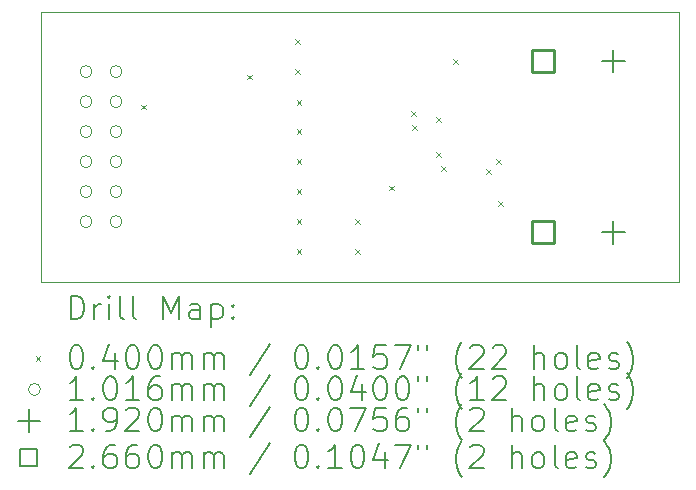
<source format=gbr>
%FSLAX45Y45*%
G04 Gerber Fmt 4.5, Leading zero omitted, Abs format (unit mm)*
G04 Created by KiCad (PCBNEW (6.0.5)) date 2022-06-04 23:49:28*
%MOMM*%
%LPD*%
G01*
G04 APERTURE LIST*
%TA.AperFunction,Profile*%
%ADD10C,0.100000*%
%TD*%
%ADD11C,0.200000*%
%ADD12C,0.040000*%
%ADD13C,0.101600*%
%ADD14C,0.192000*%
%ADD15C,0.266000*%
G04 APERTURE END LIST*
D10*
X7366000Y-9271000D02*
X12770546Y-9271000D01*
X12770546Y-9271000D02*
X12770546Y-11560690D01*
X12770546Y-11560690D02*
X7366000Y-11560690D01*
X7366000Y-11560690D02*
X7366000Y-9271000D01*
D11*
D12*
X8214680Y-10058720D02*
X8254680Y-10098720D01*
X8254680Y-10058720D02*
X8214680Y-10098720D01*
X9108760Y-9804720D02*
X9148760Y-9844720D01*
X9148760Y-9804720D02*
X9108760Y-9844720D01*
X9515160Y-9505000D02*
X9555160Y-9545000D01*
X9555160Y-9505000D02*
X9515160Y-9545000D01*
X9520240Y-9759000D02*
X9560240Y-9799000D01*
X9560240Y-9759000D02*
X9520240Y-9799000D01*
X9530400Y-10018080D02*
X9570400Y-10058080D01*
X9570400Y-10018080D02*
X9530400Y-10058080D01*
X9530400Y-10267000D02*
X9570400Y-10307000D01*
X9570400Y-10267000D02*
X9530400Y-10307000D01*
X9530400Y-10521000D02*
X9570400Y-10561000D01*
X9570400Y-10521000D02*
X9530400Y-10561000D01*
X9530400Y-10775000D02*
X9570400Y-10815000D01*
X9570400Y-10775000D02*
X9530400Y-10815000D01*
X9530400Y-11029000D02*
X9570400Y-11069000D01*
X9570400Y-11029000D02*
X9530400Y-11069000D01*
X9530400Y-11283000D02*
X9570400Y-11323000D01*
X9570400Y-11283000D02*
X9530400Y-11323000D01*
X10023160Y-11283000D02*
X10063160Y-11323000D01*
X10063160Y-11283000D02*
X10023160Y-11323000D01*
X10028240Y-11029000D02*
X10068240Y-11069000D01*
X10068240Y-11029000D02*
X10028240Y-11069000D01*
X10312720Y-10744520D02*
X10352720Y-10784520D01*
X10352720Y-10744520D02*
X10312720Y-10784520D01*
X10500680Y-10114600D02*
X10540680Y-10154600D01*
X10540680Y-10114600D02*
X10500680Y-10154600D01*
X10505469Y-10233890D02*
X10545469Y-10273890D01*
X10545469Y-10233890D02*
X10505469Y-10273890D01*
X10712533Y-10166907D02*
X10752533Y-10206907D01*
X10752533Y-10166907D02*
X10712533Y-10206907D01*
X10714040Y-10460040D02*
X10754040Y-10500040D01*
X10754040Y-10460040D02*
X10714040Y-10500040D01*
X10754680Y-10581960D02*
X10794680Y-10621960D01*
X10794680Y-10581960D02*
X10754680Y-10621960D01*
X10856280Y-9672640D02*
X10896280Y-9712640D01*
X10896280Y-9672640D02*
X10856280Y-9712640D01*
X11135680Y-10607360D02*
X11175680Y-10647360D01*
X11175680Y-10607360D02*
X11135680Y-10647360D01*
X11216960Y-10518902D02*
X11256960Y-10558902D01*
X11256960Y-10518902D02*
X11216960Y-10558902D01*
X11237280Y-10876600D02*
X11277280Y-10916600D01*
X11277280Y-10876600D02*
X11237280Y-10916600D01*
D13*
X7797800Y-9779000D02*
G75*
G03*
X7797800Y-9779000I-50800J0D01*
G01*
X7797800Y-10033000D02*
G75*
G03*
X7797800Y-10033000I-50800J0D01*
G01*
X7797800Y-10287000D02*
G75*
G03*
X7797800Y-10287000I-50800J0D01*
G01*
X7797800Y-10541000D02*
G75*
G03*
X7797800Y-10541000I-50800J0D01*
G01*
X7797800Y-10795000D02*
G75*
G03*
X7797800Y-10795000I-50800J0D01*
G01*
X7797800Y-11049000D02*
G75*
G03*
X7797800Y-11049000I-50800J0D01*
G01*
X8051800Y-9779000D02*
G75*
G03*
X8051800Y-9779000I-50800J0D01*
G01*
X8051800Y-10033000D02*
G75*
G03*
X8051800Y-10033000I-50800J0D01*
G01*
X8051800Y-10287000D02*
G75*
G03*
X8051800Y-10287000I-50800J0D01*
G01*
X8051800Y-10541000D02*
G75*
G03*
X8051800Y-10541000I-50800J0D01*
G01*
X8051800Y-10795000D02*
G75*
G03*
X8051800Y-10795000I-50800J0D01*
G01*
X8051800Y-11049000D02*
G75*
G03*
X8051800Y-11049000I-50800J0D01*
G01*
D14*
X12212000Y-9593000D02*
X12212000Y-9785000D01*
X12116000Y-9689000D02*
X12308000Y-9689000D01*
X12212000Y-11043000D02*
X12212000Y-11235000D01*
X12116000Y-11139000D02*
X12308000Y-11139000D01*
D15*
X11710046Y-9783046D02*
X11710046Y-9594954D01*
X11521954Y-9594954D01*
X11521954Y-9783046D01*
X11710046Y-9783046D01*
X11710046Y-11233046D02*
X11710046Y-11044954D01*
X11521954Y-11044954D01*
X11521954Y-11233046D01*
X11710046Y-11233046D01*
D11*
X7618619Y-11876166D02*
X7618619Y-11676166D01*
X7666238Y-11676166D01*
X7694809Y-11685690D01*
X7713857Y-11704738D01*
X7723381Y-11723785D01*
X7732905Y-11761881D01*
X7732905Y-11790452D01*
X7723381Y-11828547D01*
X7713857Y-11847595D01*
X7694809Y-11866643D01*
X7666238Y-11876166D01*
X7618619Y-11876166D01*
X7818619Y-11876166D02*
X7818619Y-11742833D01*
X7818619Y-11780928D02*
X7828143Y-11761881D01*
X7837667Y-11752357D01*
X7856714Y-11742833D01*
X7875762Y-11742833D01*
X7942428Y-11876166D02*
X7942428Y-11742833D01*
X7942428Y-11676166D02*
X7932905Y-11685690D01*
X7942428Y-11695214D01*
X7951952Y-11685690D01*
X7942428Y-11676166D01*
X7942428Y-11695214D01*
X8066238Y-11876166D02*
X8047190Y-11866643D01*
X8037667Y-11847595D01*
X8037667Y-11676166D01*
X8171000Y-11876166D02*
X8151952Y-11866643D01*
X8142428Y-11847595D01*
X8142428Y-11676166D01*
X8399571Y-11876166D02*
X8399571Y-11676166D01*
X8466238Y-11819024D01*
X8532905Y-11676166D01*
X8532905Y-11876166D01*
X8713857Y-11876166D02*
X8713857Y-11771404D01*
X8704333Y-11752357D01*
X8685286Y-11742833D01*
X8647190Y-11742833D01*
X8628143Y-11752357D01*
X8713857Y-11866643D02*
X8694810Y-11876166D01*
X8647190Y-11876166D01*
X8628143Y-11866643D01*
X8618619Y-11847595D01*
X8618619Y-11828547D01*
X8628143Y-11809500D01*
X8647190Y-11799976D01*
X8694810Y-11799976D01*
X8713857Y-11790452D01*
X8809095Y-11742833D02*
X8809095Y-11942833D01*
X8809095Y-11752357D02*
X8828143Y-11742833D01*
X8866238Y-11742833D01*
X8885286Y-11752357D01*
X8894810Y-11761881D01*
X8904333Y-11780928D01*
X8904333Y-11838071D01*
X8894810Y-11857119D01*
X8885286Y-11866643D01*
X8866238Y-11876166D01*
X8828143Y-11876166D01*
X8809095Y-11866643D01*
X8990048Y-11857119D02*
X8999571Y-11866643D01*
X8990048Y-11876166D01*
X8980524Y-11866643D01*
X8990048Y-11857119D01*
X8990048Y-11876166D01*
X8990048Y-11752357D02*
X8999571Y-11761881D01*
X8990048Y-11771404D01*
X8980524Y-11761881D01*
X8990048Y-11752357D01*
X8990048Y-11771404D01*
D12*
X7321000Y-12185690D02*
X7361000Y-12225690D01*
X7361000Y-12185690D02*
X7321000Y-12225690D01*
D11*
X7656714Y-12096166D02*
X7675762Y-12096166D01*
X7694809Y-12105690D01*
X7704333Y-12115214D01*
X7713857Y-12134262D01*
X7723381Y-12172357D01*
X7723381Y-12219976D01*
X7713857Y-12258071D01*
X7704333Y-12277119D01*
X7694809Y-12286643D01*
X7675762Y-12296166D01*
X7656714Y-12296166D01*
X7637667Y-12286643D01*
X7628143Y-12277119D01*
X7618619Y-12258071D01*
X7609095Y-12219976D01*
X7609095Y-12172357D01*
X7618619Y-12134262D01*
X7628143Y-12115214D01*
X7637667Y-12105690D01*
X7656714Y-12096166D01*
X7809095Y-12277119D02*
X7818619Y-12286643D01*
X7809095Y-12296166D01*
X7799571Y-12286643D01*
X7809095Y-12277119D01*
X7809095Y-12296166D01*
X7990048Y-12162833D02*
X7990048Y-12296166D01*
X7942428Y-12086643D02*
X7894809Y-12229500D01*
X8018619Y-12229500D01*
X8132905Y-12096166D02*
X8151952Y-12096166D01*
X8171000Y-12105690D01*
X8180524Y-12115214D01*
X8190048Y-12134262D01*
X8199571Y-12172357D01*
X8199571Y-12219976D01*
X8190048Y-12258071D01*
X8180524Y-12277119D01*
X8171000Y-12286643D01*
X8151952Y-12296166D01*
X8132905Y-12296166D01*
X8113857Y-12286643D01*
X8104333Y-12277119D01*
X8094809Y-12258071D01*
X8085286Y-12219976D01*
X8085286Y-12172357D01*
X8094809Y-12134262D01*
X8104333Y-12115214D01*
X8113857Y-12105690D01*
X8132905Y-12096166D01*
X8323381Y-12096166D02*
X8342428Y-12096166D01*
X8361476Y-12105690D01*
X8371000Y-12115214D01*
X8380524Y-12134262D01*
X8390048Y-12172357D01*
X8390048Y-12219976D01*
X8380524Y-12258071D01*
X8371000Y-12277119D01*
X8361476Y-12286643D01*
X8342428Y-12296166D01*
X8323381Y-12296166D01*
X8304333Y-12286643D01*
X8294809Y-12277119D01*
X8285286Y-12258071D01*
X8275762Y-12219976D01*
X8275762Y-12172357D01*
X8285286Y-12134262D01*
X8294809Y-12115214D01*
X8304333Y-12105690D01*
X8323381Y-12096166D01*
X8475762Y-12296166D02*
X8475762Y-12162833D01*
X8475762Y-12181881D02*
X8485286Y-12172357D01*
X8504333Y-12162833D01*
X8532905Y-12162833D01*
X8551952Y-12172357D01*
X8561476Y-12191404D01*
X8561476Y-12296166D01*
X8561476Y-12191404D02*
X8571000Y-12172357D01*
X8590048Y-12162833D01*
X8618619Y-12162833D01*
X8637667Y-12172357D01*
X8647190Y-12191404D01*
X8647190Y-12296166D01*
X8742429Y-12296166D02*
X8742429Y-12162833D01*
X8742429Y-12181881D02*
X8751952Y-12172357D01*
X8771000Y-12162833D01*
X8799571Y-12162833D01*
X8818619Y-12172357D01*
X8828143Y-12191404D01*
X8828143Y-12296166D01*
X8828143Y-12191404D02*
X8837667Y-12172357D01*
X8856714Y-12162833D01*
X8885286Y-12162833D01*
X8904333Y-12172357D01*
X8913857Y-12191404D01*
X8913857Y-12296166D01*
X9304333Y-12086643D02*
X9132905Y-12343785D01*
X9561476Y-12096166D02*
X9580524Y-12096166D01*
X9599571Y-12105690D01*
X9609095Y-12115214D01*
X9618619Y-12134262D01*
X9628143Y-12172357D01*
X9628143Y-12219976D01*
X9618619Y-12258071D01*
X9609095Y-12277119D01*
X9599571Y-12286643D01*
X9580524Y-12296166D01*
X9561476Y-12296166D01*
X9542429Y-12286643D01*
X9532905Y-12277119D01*
X9523381Y-12258071D01*
X9513857Y-12219976D01*
X9513857Y-12172357D01*
X9523381Y-12134262D01*
X9532905Y-12115214D01*
X9542429Y-12105690D01*
X9561476Y-12096166D01*
X9713857Y-12277119D02*
X9723381Y-12286643D01*
X9713857Y-12296166D01*
X9704333Y-12286643D01*
X9713857Y-12277119D01*
X9713857Y-12296166D01*
X9847190Y-12096166D02*
X9866238Y-12096166D01*
X9885286Y-12105690D01*
X9894810Y-12115214D01*
X9904333Y-12134262D01*
X9913857Y-12172357D01*
X9913857Y-12219976D01*
X9904333Y-12258071D01*
X9894810Y-12277119D01*
X9885286Y-12286643D01*
X9866238Y-12296166D01*
X9847190Y-12296166D01*
X9828143Y-12286643D01*
X9818619Y-12277119D01*
X9809095Y-12258071D01*
X9799571Y-12219976D01*
X9799571Y-12172357D01*
X9809095Y-12134262D01*
X9818619Y-12115214D01*
X9828143Y-12105690D01*
X9847190Y-12096166D01*
X10104333Y-12296166D02*
X9990048Y-12296166D01*
X10047190Y-12296166D02*
X10047190Y-12096166D01*
X10028143Y-12124738D01*
X10009095Y-12143785D01*
X9990048Y-12153309D01*
X10285286Y-12096166D02*
X10190048Y-12096166D01*
X10180524Y-12191404D01*
X10190048Y-12181881D01*
X10209095Y-12172357D01*
X10256714Y-12172357D01*
X10275762Y-12181881D01*
X10285286Y-12191404D01*
X10294810Y-12210452D01*
X10294810Y-12258071D01*
X10285286Y-12277119D01*
X10275762Y-12286643D01*
X10256714Y-12296166D01*
X10209095Y-12296166D01*
X10190048Y-12286643D01*
X10180524Y-12277119D01*
X10361476Y-12096166D02*
X10494810Y-12096166D01*
X10409095Y-12296166D01*
X10561476Y-12096166D02*
X10561476Y-12134262D01*
X10637667Y-12096166D02*
X10637667Y-12134262D01*
X10932905Y-12372357D02*
X10923381Y-12362833D01*
X10904333Y-12334262D01*
X10894810Y-12315214D01*
X10885286Y-12286643D01*
X10875762Y-12239024D01*
X10875762Y-12200928D01*
X10885286Y-12153309D01*
X10894810Y-12124738D01*
X10904333Y-12105690D01*
X10923381Y-12077119D01*
X10932905Y-12067595D01*
X10999571Y-12115214D02*
X11009095Y-12105690D01*
X11028143Y-12096166D01*
X11075762Y-12096166D01*
X11094810Y-12105690D01*
X11104333Y-12115214D01*
X11113857Y-12134262D01*
X11113857Y-12153309D01*
X11104333Y-12181881D01*
X10990048Y-12296166D01*
X11113857Y-12296166D01*
X11190048Y-12115214D02*
X11199571Y-12105690D01*
X11218619Y-12096166D01*
X11266238Y-12096166D01*
X11285286Y-12105690D01*
X11294809Y-12115214D01*
X11304333Y-12134262D01*
X11304333Y-12153309D01*
X11294809Y-12181881D01*
X11180524Y-12296166D01*
X11304333Y-12296166D01*
X11542428Y-12296166D02*
X11542428Y-12096166D01*
X11628143Y-12296166D02*
X11628143Y-12191404D01*
X11618619Y-12172357D01*
X11599571Y-12162833D01*
X11571000Y-12162833D01*
X11551952Y-12172357D01*
X11542428Y-12181881D01*
X11751952Y-12296166D02*
X11732905Y-12286643D01*
X11723381Y-12277119D01*
X11713857Y-12258071D01*
X11713857Y-12200928D01*
X11723381Y-12181881D01*
X11732905Y-12172357D01*
X11751952Y-12162833D01*
X11780524Y-12162833D01*
X11799571Y-12172357D01*
X11809095Y-12181881D01*
X11818619Y-12200928D01*
X11818619Y-12258071D01*
X11809095Y-12277119D01*
X11799571Y-12286643D01*
X11780524Y-12296166D01*
X11751952Y-12296166D01*
X11932905Y-12296166D02*
X11913857Y-12286643D01*
X11904333Y-12267595D01*
X11904333Y-12096166D01*
X12085286Y-12286643D02*
X12066238Y-12296166D01*
X12028143Y-12296166D01*
X12009095Y-12286643D01*
X11999571Y-12267595D01*
X11999571Y-12191404D01*
X12009095Y-12172357D01*
X12028143Y-12162833D01*
X12066238Y-12162833D01*
X12085286Y-12172357D01*
X12094809Y-12191404D01*
X12094809Y-12210452D01*
X11999571Y-12229500D01*
X12171000Y-12286643D02*
X12190048Y-12296166D01*
X12228143Y-12296166D01*
X12247190Y-12286643D01*
X12256714Y-12267595D01*
X12256714Y-12258071D01*
X12247190Y-12239024D01*
X12228143Y-12229500D01*
X12199571Y-12229500D01*
X12180524Y-12219976D01*
X12171000Y-12200928D01*
X12171000Y-12191404D01*
X12180524Y-12172357D01*
X12199571Y-12162833D01*
X12228143Y-12162833D01*
X12247190Y-12172357D01*
X12323381Y-12372357D02*
X12332905Y-12362833D01*
X12351952Y-12334262D01*
X12361476Y-12315214D01*
X12371000Y-12286643D01*
X12380524Y-12239024D01*
X12380524Y-12200928D01*
X12371000Y-12153309D01*
X12361476Y-12124738D01*
X12351952Y-12105690D01*
X12332905Y-12077119D01*
X12323381Y-12067595D01*
D13*
X7361000Y-12469690D02*
G75*
G03*
X7361000Y-12469690I-50800J0D01*
G01*
D11*
X7723381Y-12560166D02*
X7609095Y-12560166D01*
X7666238Y-12560166D02*
X7666238Y-12360166D01*
X7647190Y-12388738D01*
X7628143Y-12407785D01*
X7609095Y-12417309D01*
X7809095Y-12541119D02*
X7818619Y-12550643D01*
X7809095Y-12560166D01*
X7799571Y-12550643D01*
X7809095Y-12541119D01*
X7809095Y-12560166D01*
X7942428Y-12360166D02*
X7961476Y-12360166D01*
X7980524Y-12369690D01*
X7990048Y-12379214D01*
X7999571Y-12398262D01*
X8009095Y-12436357D01*
X8009095Y-12483976D01*
X7999571Y-12522071D01*
X7990048Y-12541119D01*
X7980524Y-12550643D01*
X7961476Y-12560166D01*
X7942428Y-12560166D01*
X7923381Y-12550643D01*
X7913857Y-12541119D01*
X7904333Y-12522071D01*
X7894809Y-12483976D01*
X7894809Y-12436357D01*
X7904333Y-12398262D01*
X7913857Y-12379214D01*
X7923381Y-12369690D01*
X7942428Y-12360166D01*
X8199571Y-12560166D02*
X8085286Y-12560166D01*
X8142428Y-12560166D02*
X8142428Y-12360166D01*
X8123381Y-12388738D01*
X8104333Y-12407785D01*
X8085286Y-12417309D01*
X8371000Y-12360166D02*
X8332905Y-12360166D01*
X8313857Y-12369690D01*
X8304333Y-12379214D01*
X8285286Y-12407785D01*
X8275762Y-12445881D01*
X8275762Y-12522071D01*
X8285286Y-12541119D01*
X8294809Y-12550643D01*
X8313857Y-12560166D01*
X8351952Y-12560166D01*
X8371000Y-12550643D01*
X8380524Y-12541119D01*
X8390048Y-12522071D01*
X8390048Y-12474452D01*
X8380524Y-12455404D01*
X8371000Y-12445881D01*
X8351952Y-12436357D01*
X8313857Y-12436357D01*
X8294809Y-12445881D01*
X8285286Y-12455404D01*
X8275762Y-12474452D01*
X8475762Y-12560166D02*
X8475762Y-12426833D01*
X8475762Y-12445881D02*
X8485286Y-12436357D01*
X8504333Y-12426833D01*
X8532905Y-12426833D01*
X8551952Y-12436357D01*
X8561476Y-12455404D01*
X8561476Y-12560166D01*
X8561476Y-12455404D02*
X8571000Y-12436357D01*
X8590048Y-12426833D01*
X8618619Y-12426833D01*
X8637667Y-12436357D01*
X8647190Y-12455404D01*
X8647190Y-12560166D01*
X8742429Y-12560166D02*
X8742429Y-12426833D01*
X8742429Y-12445881D02*
X8751952Y-12436357D01*
X8771000Y-12426833D01*
X8799571Y-12426833D01*
X8818619Y-12436357D01*
X8828143Y-12455404D01*
X8828143Y-12560166D01*
X8828143Y-12455404D02*
X8837667Y-12436357D01*
X8856714Y-12426833D01*
X8885286Y-12426833D01*
X8904333Y-12436357D01*
X8913857Y-12455404D01*
X8913857Y-12560166D01*
X9304333Y-12350643D02*
X9132905Y-12607785D01*
X9561476Y-12360166D02*
X9580524Y-12360166D01*
X9599571Y-12369690D01*
X9609095Y-12379214D01*
X9618619Y-12398262D01*
X9628143Y-12436357D01*
X9628143Y-12483976D01*
X9618619Y-12522071D01*
X9609095Y-12541119D01*
X9599571Y-12550643D01*
X9580524Y-12560166D01*
X9561476Y-12560166D01*
X9542429Y-12550643D01*
X9532905Y-12541119D01*
X9523381Y-12522071D01*
X9513857Y-12483976D01*
X9513857Y-12436357D01*
X9523381Y-12398262D01*
X9532905Y-12379214D01*
X9542429Y-12369690D01*
X9561476Y-12360166D01*
X9713857Y-12541119D02*
X9723381Y-12550643D01*
X9713857Y-12560166D01*
X9704333Y-12550643D01*
X9713857Y-12541119D01*
X9713857Y-12560166D01*
X9847190Y-12360166D02*
X9866238Y-12360166D01*
X9885286Y-12369690D01*
X9894810Y-12379214D01*
X9904333Y-12398262D01*
X9913857Y-12436357D01*
X9913857Y-12483976D01*
X9904333Y-12522071D01*
X9894810Y-12541119D01*
X9885286Y-12550643D01*
X9866238Y-12560166D01*
X9847190Y-12560166D01*
X9828143Y-12550643D01*
X9818619Y-12541119D01*
X9809095Y-12522071D01*
X9799571Y-12483976D01*
X9799571Y-12436357D01*
X9809095Y-12398262D01*
X9818619Y-12379214D01*
X9828143Y-12369690D01*
X9847190Y-12360166D01*
X10085286Y-12426833D02*
X10085286Y-12560166D01*
X10037667Y-12350643D02*
X9990048Y-12493500D01*
X10113857Y-12493500D01*
X10228143Y-12360166D02*
X10247190Y-12360166D01*
X10266238Y-12369690D01*
X10275762Y-12379214D01*
X10285286Y-12398262D01*
X10294810Y-12436357D01*
X10294810Y-12483976D01*
X10285286Y-12522071D01*
X10275762Y-12541119D01*
X10266238Y-12550643D01*
X10247190Y-12560166D01*
X10228143Y-12560166D01*
X10209095Y-12550643D01*
X10199571Y-12541119D01*
X10190048Y-12522071D01*
X10180524Y-12483976D01*
X10180524Y-12436357D01*
X10190048Y-12398262D01*
X10199571Y-12379214D01*
X10209095Y-12369690D01*
X10228143Y-12360166D01*
X10418619Y-12360166D02*
X10437667Y-12360166D01*
X10456714Y-12369690D01*
X10466238Y-12379214D01*
X10475762Y-12398262D01*
X10485286Y-12436357D01*
X10485286Y-12483976D01*
X10475762Y-12522071D01*
X10466238Y-12541119D01*
X10456714Y-12550643D01*
X10437667Y-12560166D01*
X10418619Y-12560166D01*
X10399571Y-12550643D01*
X10390048Y-12541119D01*
X10380524Y-12522071D01*
X10371000Y-12483976D01*
X10371000Y-12436357D01*
X10380524Y-12398262D01*
X10390048Y-12379214D01*
X10399571Y-12369690D01*
X10418619Y-12360166D01*
X10561476Y-12360166D02*
X10561476Y-12398262D01*
X10637667Y-12360166D02*
X10637667Y-12398262D01*
X10932905Y-12636357D02*
X10923381Y-12626833D01*
X10904333Y-12598262D01*
X10894810Y-12579214D01*
X10885286Y-12550643D01*
X10875762Y-12503024D01*
X10875762Y-12464928D01*
X10885286Y-12417309D01*
X10894810Y-12388738D01*
X10904333Y-12369690D01*
X10923381Y-12341119D01*
X10932905Y-12331595D01*
X11113857Y-12560166D02*
X10999571Y-12560166D01*
X11056714Y-12560166D02*
X11056714Y-12360166D01*
X11037667Y-12388738D01*
X11018619Y-12407785D01*
X10999571Y-12417309D01*
X11190048Y-12379214D02*
X11199571Y-12369690D01*
X11218619Y-12360166D01*
X11266238Y-12360166D01*
X11285286Y-12369690D01*
X11294809Y-12379214D01*
X11304333Y-12398262D01*
X11304333Y-12417309D01*
X11294809Y-12445881D01*
X11180524Y-12560166D01*
X11304333Y-12560166D01*
X11542428Y-12560166D02*
X11542428Y-12360166D01*
X11628143Y-12560166D02*
X11628143Y-12455404D01*
X11618619Y-12436357D01*
X11599571Y-12426833D01*
X11571000Y-12426833D01*
X11551952Y-12436357D01*
X11542428Y-12445881D01*
X11751952Y-12560166D02*
X11732905Y-12550643D01*
X11723381Y-12541119D01*
X11713857Y-12522071D01*
X11713857Y-12464928D01*
X11723381Y-12445881D01*
X11732905Y-12436357D01*
X11751952Y-12426833D01*
X11780524Y-12426833D01*
X11799571Y-12436357D01*
X11809095Y-12445881D01*
X11818619Y-12464928D01*
X11818619Y-12522071D01*
X11809095Y-12541119D01*
X11799571Y-12550643D01*
X11780524Y-12560166D01*
X11751952Y-12560166D01*
X11932905Y-12560166D02*
X11913857Y-12550643D01*
X11904333Y-12531595D01*
X11904333Y-12360166D01*
X12085286Y-12550643D02*
X12066238Y-12560166D01*
X12028143Y-12560166D01*
X12009095Y-12550643D01*
X11999571Y-12531595D01*
X11999571Y-12455404D01*
X12009095Y-12436357D01*
X12028143Y-12426833D01*
X12066238Y-12426833D01*
X12085286Y-12436357D01*
X12094809Y-12455404D01*
X12094809Y-12474452D01*
X11999571Y-12493500D01*
X12171000Y-12550643D02*
X12190048Y-12560166D01*
X12228143Y-12560166D01*
X12247190Y-12550643D01*
X12256714Y-12531595D01*
X12256714Y-12522071D01*
X12247190Y-12503024D01*
X12228143Y-12493500D01*
X12199571Y-12493500D01*
X12180524Y-12483976D01*
X12171000Y-12464928D01*
X12171000Y-12455404D01*
X12180524Y-12436357D01*
X12199571Y-12426833D01*
X12228143Y-12426833D01*
X12247190Y-12436357D01*
X12323381Y-12636357D02*
X12332905Y-12626833D01*
X12351952Y-12598262D01*
X12361476Y-12579214D01*
X12371000Y-12550643D01*
X12380524Y-12503024D01*
X12380524Y-12464928D01*
X12371000Y-12417309D01*
X12361476Y-12388738D01*
X12351952Y-12369690D01*
X12332905Y-12341119D01*
X12323381Y-12331595D01*
D14*
X7265000Y-12637690D02*
X7265000Y-12829690D01*
X7169000Y-12733690D02*
X7361000Y-12733690D01*
D11*
X7723381Y-12824166D02*
X7609095Y-12824166D01*
X7666238Y-12824166D02*
X7666238Y-12624166D01*
X7647190Y-12652738D01*
X7628143Y-12671785D01*
X7609095Y-12681309D01*
X7809095Y-12805119D02*
X7818619Y-12814643D01*
X7809095Y-12824166D01*
X7799571Y-12814643D01*
X7809095Y-12805119D01*
X7809095Y-12824166D01*
X7913857Y-12824166D02*
X7951952Y-12824166D01*
X7971000Y-12814643D01*
X7980524Y-12805119D01*
X7999571Y-12776547D01*
X8009095Y-12738452D01*
X8009095Y-12662262D01*
X7999571Y-12643214D01*
X7990048Y-12633690D01*
X7971000Y-12624166D01*
X7932905Y-12624166D01*
X7913857Y-12633690D01*
X7904333Y-12643214D01*
X7894809Y-12662262D01*
X7894809Y-12709881D01*
X7904333Y-12728928D01*
X7913857Y-12738452D01*
X7932905Y-12747976D01*
X7971000Y-12747976D01*
X7990048Y-12738452D01*
X7999571Y-12728928D01*
X8009095Y-12709881D01*
X8085286Y-12643214D02*
X8094809Y-12633690D01*
X8113857Y-12624166D01*
X8161476Y-12624166D01*
X8180524Y-12633690D01*
X8190048Y-12643214D01*
X8199571Y-12662262D01*
X8199571Y-12681309D01*
X8190048Y-12709881D01*
X8075762Y-12824166D01*
X8199571Y-12824166D01*
X8323381Y-12624166D02*
X8342428Y-12624166D01*
X8361476Y-12633690D01*
X8371000Y-12643214D01*
X8380524Y-12662262D01*
X8390048Y-12700357D01*
X8390048Y-12747976D01*
X8380524Y-12786071D01*
X8371000Y-12805119D01*
X8361476Y-12814643D01*
X8342428Y-12824166D01*
X8323381Y-12824166D01*
X8304333Y-12814643D01*
X8294809Y-12805119D01*
X8285286Y-12786071D01*
X8275762Y-12747976D01*
X8275762Y-12700357D01*
X8285286Y-12662262D01*
X8294809Y-12643214D01*
X8304333Y-12633690D01*
X8323381Y-12624166D01*
X8475762Y-12824166D02*
X8475762Y-12690833D01*
X8475762Y-12709881D02*
X8485286Y-12700357D01*
X8504333Y-12690833D01*
X8532905Y-12690833D01*
X8551952Y-12700357D01*
X8561476Y-12719404D01*
X8561476Y-12824166D01*
X8561476Y-12719404D02*
X8571000Y-12700357D01*
X8590048Y-12690833D01*
X8618619Y-12690833D01*
X8637667Y-12700357D01*
X8647190Y-12719404D01*
X8647190Y-12824166D01*
X8742429Y-12824166D02*
X8742429Y-12690833D01*
X8742429Y-12709881D02*
X8751952Y-12700357D01*
X8771000Y-12690833D01*
X8799571Y-12690833D01*
X8818619Y-12700357D01*
X8828143Y-12719404D01*
X8828143Y-12824166D01*
X8828143Y-12719404D02*
X8837667Y-12700357D01*
X8856714Y-12690833D01*
X8885286Y-12690833D01*
X8904333Y-12700357D01*
X8913857Y-12719404D01*
X8913857Y-12824166D01*
X9304333Y-12614643D02*
X9132905Y-12871785D01*
X9561476Y-12624166D02*
X9580524Y-12624166D01*
X9599571Y-12633690D01*
X9609095Y-12643214D01*
X9618619Y-12662262D01*
X9628143Y-12700357D01*
X9628143Y-12747976D01*
X9618619Y-12786071D01*
X9609095Y-12805119D01*
X9599571Y-12814643D01*
X9580524Y-12824166D01*
X9561476Y-12824166D01*
X9542429Y-12814643D01*
X9532905Y-12805119D01*
X9523381Y-12786071D01*
X9513857Y-12747976D01*
X9513857Y-12700357D01*
X9523381Y-12662262D01*
X9532905Y-12643214D01*
X9542429Y-12633690D01*
X9561476Y-12624166D01*
X9713857Y-12805119D02*
X9723381Y-12814643D01*
X9713857Y-12824166D01*
X9704333Y-12814643D01*
X9713857Y-12805119D01*
X9713857Y-12824166D01*
X9847190Y-12624166D02*
X9866238Y-12624166D01*
X9885286Y-12633690D01*
X9894810Y-12643214D01*
X9904333Y-12662262D01*
X9913857Y-12700357D01*
X9913857Y-12747976D01*
X9904333Y-12786071D01*
X9894810Y-12805119D01*
X9885286Y-12814643D01*
X9866238Y-12824166D01*
X9847190Y-12824166D01*
X9828143Y-12814643D01*
X9818619Y-12805119D01*
X9809095Y-12786071D01*
X9799571Y-12747976D01*
X9799571Y-12700357D01*
X9809095Y-12662262D01*
X9818619Y-12643214D01*
X9828143Y-12633690D01*
X9847190Y-12624166D01*
X9980524Y-12624166D02*
X10113857Y-12624166D01*
X10028143Y-12824166D01*
X10285286Y-12624166D02*
X10190048Y-12624166D01*
X10180524Y-12719404D01*
X10190048Y-12709881D01*
X10209095Y-12700357D01*
X10256714Y-12700357D01*
X10275762Y-12709881D01*
X10285286Y-12719404D01*
X10294810Y-12738452D01*
X10294810Y-12786071D01*
X10285286Y-12805119D01*
X10275762Y-12814643D01*
X10256714Y-12824166D01*
X10209095Y-12824166D01*
X10190048Y-12814643D01*
X10180524Y-12805119D01*
X10466238Y-12624166D02*
X10428143Y-12624166D01*
X10409095Y-12633690D01*
X10399571Y-12643214D01*
X10380524Y-12671785D01*
X10371000Y-12709881D01*
X10371000Y-12786071D01*
X10380524Y-12805119D01*
X10390048Y-12814643D01*
X10409095Y-12824166D01*
X10447190Y-12824166D01*
X10466238Y-12814643D01*
X10475762Y-12805119D01*
X10485286Y-12786071D01*
X10485286Y-12738452D01*
X10475762Y-12719404D01*
X10466238Y-12709881D01*
X10447190Y-12700357D01*
X10409095Y-12700357D01*
X10390048Y-12709881D01*
X10380524Y-12719404D01*
X10371000Y-12738452D01*
X10561476Y-12624166D02*
X10561476Y-12662262D01*
X10637667Y-12624166D02*
X10637667Y-12662262D01*
X10932905Y-12900357D02*
X10923381Y-12890833D01*
X10904333Y-12862262D01*
X10894810Y-12843214D01*
X10885286Y-12814643D01*
X10875762Y-12767024D01*
X10875762Y-12728928D01*
X10885286Y-12681309D01*
X10894810Y-12652738D01*
X10904333Y-12633690D01*
X10923381Y-12605119D01*
X10932905Y-12595595D01*
X10999571Y-12643214D02*
X11009095Y-12633690D01*
X11028143Y-12624166D01*
X11075762Y-12624166D01*
X11094810Y-12633690D01*
X11104333Y-12643214D01*
X11113857Y-12662262D01*
X11113857Y-12681309D01*
X11104333Y-12709881D01*
X10990048Y-12824166D01*
X11113857Y-12824166D01*
X11351952Y-12824166D02*
X11351952Y-12624166D01*
X11437667Y-12824166D02*
X11437667Y-12719404D01*
X11428143Y-12700357D01*
X11409095Y-12690833D01*
X11380524Y-12690833D01*
X11361476Y-12700357D01*
X11351952Y-12709881D01*
X11561476Y-12824166D02*
X11542428Y-12814643D01*
X11532905Y-12805119D01*
X11523381Y-12786071D01*
X11523381Y-12728928D01*
X11532905Y-12709881D01*
X11542428Y-12700357D01*
X11561476Y-12690833D01*
X11590048Y-12690833D01*
X11609095Y-12700357D01*
X11618619Y-12709881D01*
X11628143Y-12728928D01*
X11628143Y-12786071D01*
X11618619Y-12805119D01*
X11609095Y-12814643D01*
X11590048Y-12824166D01*
X11561476Y-12824166D01*
X11742428Y-12824166D02*
X11723381Y-12814643D01*
X11713857Y-12795595D01*
X11713857Y-12624166D01*
X11894809Y-12814643D02*
X11875762Y-12824166D01*
X11837667Y-12824166D01*
X11818619Y-12814643D01*
X11809095Y-12795595D01*
X11809095Y-12719404D01*
X11818619Y-12700357D01*
X11837667Y-12690833D01*
X11875762Y-12690833D01*
X11894809Y-12700357D01*
X11904333Y-12719404D01*
X11904333Y-12738452D01*
X11809095Y-12757500D01*
X11980524Y-12814643D02*
X11999571Y-12824166D01*
X12037667Y-12824166D01*
X12056714Y-12814643D01*
X12066238Y-12795595D01*
X12066238Y-12786071D01*
X12056714Y-12767024D01*
X12037667Y-12757500D01*
X12009095Y-12757500D01*
X11990048Y-12747976D01*
X11980524Y-12728928D01*
X11980524Y-12719404D01*
X11990048Y-12700357D01*
X12009095Y-12690833D01*
X12037667Y-12690833D01*
X12056714Y-12700357D01*
X12132905Y-12900357D02*
X12142428Y-12890833D01*
X12161476Y-12862262D01*
X12171000Y-12843214D01*
X12180524Y-12814643D01*
X12190048Y-12767024D01*
X12190048Y-12728928D01*
X12180524Y-12681309D01*
X12171000Y-12652738D01*
X12161476Y-12633690D01*
X12142428Y-12605119D01*
X12132905Y-12595595D01*
X7331711Y-13116402D02*
X7331711Y-12974979D01*
X7190289Y-12974979D01*
X7190289Y-13116402D01*
X7331711Y-13116402D01*
X7609095Y-12955214D02*
X7618619Y-12945690D01*
X7637667Y-12936166D01*
X7685286Y-12936166D01*
X7704333Y-12945690D01*
X7713857Y-12955214D01*
X7723381Y-12974262D01*
X7723381Y-12993309D01*
X7713857Y-13021881D01*
X7599571Y-13136166D01*
X7723381Y-13136166D01*
X7809095Y-13117119D02*
X7818619Y-13126643D01*
X7809095Y-13136166D01*
X7799571Y-13126643D01*
X7809095Y-13117119D01*
X7809095Y-13136166D01*
X7990048Y-12936166D02*
X7951952Y-12936166D01*
X7932905Y-12945690D01*
X7923381Y-12955214D01*
X7904333Y-12983785D01*
X7894809Y-13021881D01*
X7894809Y-13098071D01*
X7904333Y-13117119D01*
X7913857Y-13126643D01*
X7932905Y-13136166D01*
X7971000Y-13136166D01*
X7990048Y-13126643D01*
X7999571Y-13117119D01*
X8009095Y-13098071D01*
X8009095Y-13050452D01*
X7999571Y-13031404D01*
X7990048Y-13021881D01*
X7971000Y-13012357D01*
X7932905Y-13012357D01*
X7913857Y-13021881D01*
X7904333Y-13031404D01*
X7894809Y-13050452D01*
X8180524Y-12936166D02*
X8142428Y-12936166D01*
X8123381Y-12945690D01*
X8113857Y-12955214D01*
X8094809Y-12983785D01*
X8085286Y-13021881D01*
X8085286Y-13098071D01*
X8094809Y-13117119D01*
X8104333Y-13126643D01*
X8123381Y-13136166D01*
X8161476Y-13136166D01*
X8180524Y-13126643D01*
X8190048Y-13117119D01*
X8199571Y-13098071D01*
X8199571Y-13050452D01*
X8190048Y-13031404D01*
X8180524Y-13021881D01*
X8161476Y-13012357D01*
X8123381Y-13012357D01*
X8104333Y-13021881D01*
X8094809Y-13031404D01*
X8085286Y-13050452D01*
X8323381Y-12936166D02*
X8342428Y-12936166D01*
X8361476Y-12945690D01*
X8371000Y-12955214D01*
X8380524Y-12974262D01*
X8390048Y-13012357D01*
X8390048Y-13059976D01*
X8380524Y-13098071D01*
X8371000Y-13117119D01*
X8361476Y-13126643D01*
X8342428Y-13136166D01*
X8323381Y-13136166D01*
X8304333Y-13126643D01*
X8294809Y-13117119D01*
X8285286Y-13098071D01*
X8275762Y-13059976D01*
X8275762Y-13012357D01*
X8285286Y-12974262D01*
X8294809Y-12955214D01*
X8304333Y-12945690D01*
X8323381Y-12936166D01*
X8475762Y-13136166D02*
X8475762Y-13002833D01*
X8475762Y-13021881D02*
X8485286Y-13012357D01*
X8504333Y-13002833D01*
X8532905Y-13002833D01*
X8551952Y-13012357D01*
X8561476Y-13031404D01*
X8561476Y-13136166D01*
X8561476Y-13031404D02*
X8571000Y-13012357D01*
X8590048Y-13002833D01*
X8618619Y-13002833D01*
X8637667Y-13012357D01*
X8647190Y-13031404D01*
X8647190Y-13136166D01*
X8742429Y-13136166D02*
X8742429Y-13002833D01*
X8742429Y-13021881D02*
X8751952Y-13012357D01*
X8771000Y-13002833D01*
X8799571Y-13002833D01*
X8818619Y-13012357D01*
X8828143Y-13031404D01*
X8828143Y-13136166D01*
X8828143Y-13031404D02*
X8837667Y-13012357D01*
X8856714Y-13002833D01*
X8885286Y-13002833D01*
X8904333Y-13012357D01*
X8913857Y-13031404D01*
X8913857Y-13136166D01*
X9304333Y-12926643D02*
X9132905Y-13183785D01*
X9561476Y-12936166D02*
X9580524Y-12936166D01*
X9599571Y-12945690D01*
X9609095Y-12955214D01*
X9618619Y-12974262D01*
X9628143Y-13012357D01*
X9628143Y-13059976D01*
X9618619Y-13098071D01*
X9609095Y-13117119D01*
X9599571Y-13126643D01*
X9580524Y-13136166D01*
X9561476Y-13136166D01*
X9542429Y-13126643D01*
X9532905Y-13117119D01*
X9523381Y-13098071D01*
X9513857Y-13059976D01*
X9513857Y-13012357D01*
X9523381Y-12974262D01*
X9532905Y-12955214D01*
X9542429Y-12945690D01*
X9561476Y-12936166D01*
X9713857Y-13117119D02*
X9723381Y-13126643D01*
X9713857Y-13136166D01*
X9704333Y-13126643D01*
X9713857Y-13117119D01*
X9713857Y-13136166D01*
X9913857Y-13136166D02*
X9799571Y-13136166D01*
X9856714Y-13136166D02*
X9856714Y-12936166D01*
X9837667Y-12964738D01*
X9818619Y-12983785D01*
X9799571Y-12993309D01*
X10037667Y-12936166D02*
X10056714Y-12936166D01*
X10075762Y-12945690D01*
X10085286Y-12955214D01*
X10094810Y-12974262D01*
X10104333Y-13012357D01*
X10104333Y-13059976D01*
X10094810Y-13098071D01*
X10085286Y-13117119D01*
X10075762Y-13126643D01*
X10056714Y-13136166D01*
X10037667Y-13136166D01*
X10018619Y-13126643D01*
X10009095Y-13117119D01*
X9999571Y-13098071D01*
X9990048Y-13059976D01*
X9990048Y-13012357D01*
X9999571Y-12974262D01*
X10009095Y-12955214D01*
X10018619Y-12945690D01*
X10037667Y-12936166D01*
X10275762Y-13002833D02*
X10275762Y-13136166D01*
X10228143Y-12926643D02*
X10180524Y-13069500D01*
X10304333Y-13069500D01*
X10361476Y-12936166D02*
X10494810Y-12936166D01*
X10409095Y-13136166D01*
X10561476Y-12936166D02*
X10561476Y-12974262D01*
X10637667Y-12936166D02*
X10637667Y-12974262D01*
X10932905Y-13212357D02*
X10923381Y-13202833D01*
X10904333Y-13174262D01*
X10894810Y-13155214D01*
X10885286Y-13126643D01*
X10875762Y-13079024D01*
X10875762Y-13040928D01*
X10885286Y-12993309D01*
X10894810Y-12964738D01*
X10904333Y-12945690D01*
X10923381Y-12917119D01*
X10932905Y-12907595D01*
X10999571Y-12955214D02*
X11009095Y-12945690D01*
X11028143Y-12936166D01*
X11075762Y-12936166D01*
X11094810Y-12945690D01*
X11104333Y-12955214D01*
X11113857Y-12974262D01*
X11113857Y-12993309D01*
X11104333Y-13021881D01*
X10990048Y-13136166D01*
X11113857Y-13136166D01*
X11351952Y-13136166D02*
X11351952Y-12936166D01*
X11437667Y-13136166D02*
X11437667Y-13031404D01*
X11428143Y-13012357D01*
X11409095Y-13002833D01*
X11380524Y-13002833D01*
X11361476Y-13012357D01*
X11351952Y-13021881D01*
X11561476Y-13136166D02*
X11542428Y-13126643D01*
X11532905Y-13117119D01*
X11523381Y-13098071D01*
X11523381Y-13040928D01*
X11532905Y-13021881D01*
X11542428Y-13012357D01*
X11561476Y-13002833D01*
X11590048Y-13002833D01*
X11609095Y-13012357D01*
X11618619Y-13021881D01*
X11628143Y-13040928D01*
X11628143Y-13098071D01*
X11618619Y-13117119D01*
X11609095Y-13126643D01*
X11590048Y-13136166D01*
X11561476Y-13136166D01*
X11742428Y-13136166D02*
X11723381Y-13126643D01*
X11713857Y-13107595D01*
X11713857Y-12936166D01*
X11894809Y-13126643D02*
X11875762Y-13136166D01*
X11837667Y-13136166D01*
X11818619Y-13126643D01*
X11809095Y-13107595D01*
X11809095Y-13031404D01*
X11818619Y-13012357D01*
X11837667Y-13002833D01*
X11875762Y-13002833D01*
X11894809Y-13012357D01*
X11904333Y-13031404D01*
X11904333Y-13050452D01*
X11809095Y-13069500D01*
X11980524Y-13126643D02*
X11999571Y-13136166D01*
X12037667Y-13136166D01*
X12056714Y-13126643D01*
X12066238Y-13107595D01*
X12066238Y-13098071D01*
X12056714Y-13079024D01*
X12037667Y-13069500D01*
X12009095Y-13069500D01*
X11990048Y-13059976D01*
X11980524Y-13040928D01*
X11980524Y-13031404D01*
X11990048Y-13012357D01*
X12009095Y-13002833D01*
X12037667Y-13002833D01*
X12056714Y-13012357D01*
X12132905Y-13212357D02*
X12142428Y-13202833D01*
X12161476Y-13174262D01*
X12171000Y-13155214D01*
X12180524Y-13126643D01*
X12190048Y-13079024D01*
X12190048Y-13040928D01*
X12180524Y-12993309D01*
X12171000Y-12964738D01*
X12161476Y-12945690D01*
X12142428Y-12917119D01*
X12132905Y-12907595D01*
M02*

</source>
